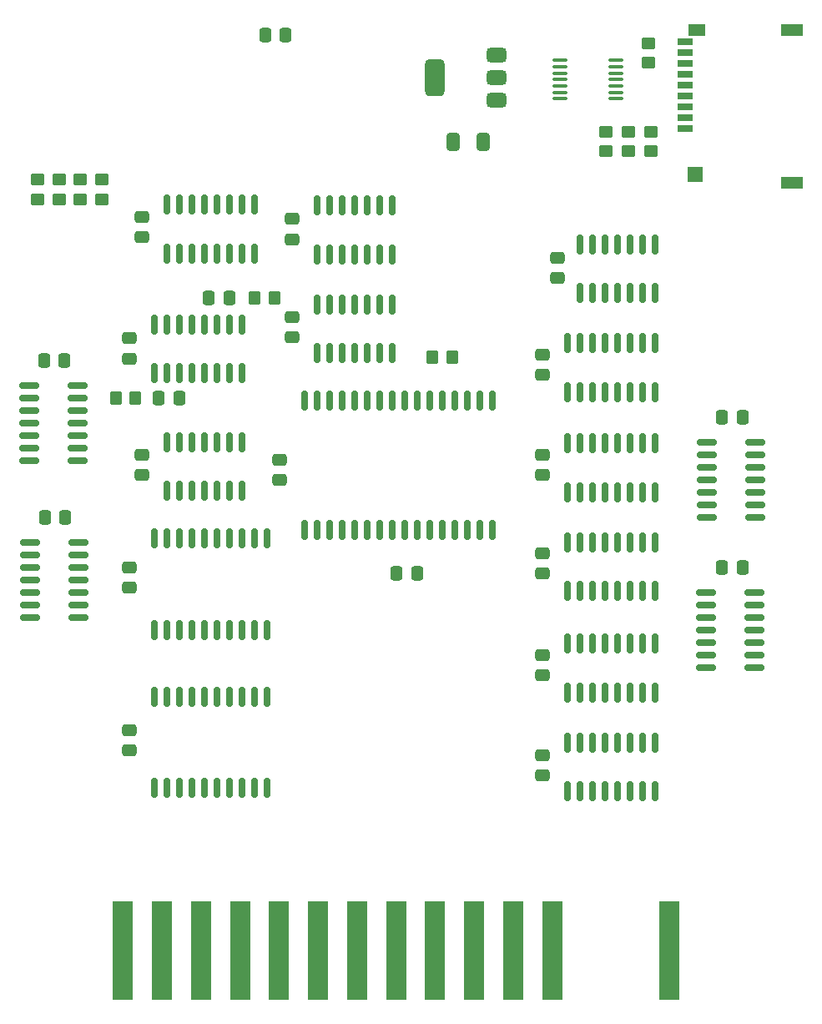
<source format=gbr>
%TF.GenerationSoftware,KiCad,Pcbnew,8.0.2*%
%TF.CreationDate,2024-05-14T20:05:03+02:00*%
%TF.ProjectId,port2-sdcard-interface,706f7274-322d-4736-9463-6172642d696e,rev5*%
%TF.SameCoordinates,Original*%
%TF.FileFunction,Paste,Bot*%
%TF.FilePolarity,Positive*%
%FSLAX46Y46*%
G04 Gerber Fmt 4.6, Leading zero omitted, Abs format (unit mm)*
G04 Created by KiCad (PCBNEW 8.0.2) date 2024-05-14 20:05:03*
%MOMM*%
%LPD*%
G01*
G04 APERTURE LIST*
G04 Aperture macros list*
%AMRoundRect*
0 Rectangle with rounded corners*
0 $1 Rounding radius*
0 $2 $3 $4 $5 $6 $7 $8 $9 X,Y pos of 4 corners*
0 Add a 4 corners polygon primitive as box body*
4,1,4,$2,$3,$4,$5,$6,$7,$8,$9,$2,$3,0*
0 Add four circle primitives for the rounded corners*
1,1,$1+$1,$2,$3*
1,1,$1+$1,$4,$5*
1,1,$1+$1,$6,$7*
1,1,$1+$1,$8,$9*
0 Add four rect primitives between the rounded corners*
20,1,$1+$1,$2,$3,$4,$5,0*
20,1,$1+$1,$4,$5,$6,$7,0*
20,1,$1+$1,$6,$7,$8,$9,0*
20,1,$1+$1,$8,$9,$2,$3,0*%
G04 Aperture macros list end*
%ADD10RoundRect,0.100000X0.637500X0.100000X-0.637500X0.100000X-0.637500X-0.100000X0.637500X-0.100000X0*%
%ADD11RoundRect,0.375000X0.625000X0.375000X-0.625000X0.375000X-0.625000X-0.375000X0.625000X-0.375000X0*%
%ADD12RoundRect,0.500000X0.500000X1.400000X-0.500000X1.400000X-0.500000X-1.400000X0.500000X-1.400000X0*%
%ADD13RoundRect,0.250000X0.450000X-0.350000X0.450000X0.350000X-0.450000X0.350000X-0.450000X-0.350000X0*%
%ADD14RoundRect,0.250000X-0.450000X0.350000X-0.450000X-0.350000X0.450000X-0.350000X0.450000X0.350000X0*%
%ADD15R,1.498600X1.600200*%
%ADD16R,1.800000X1.193800*%
%ADD17R,2.209800X1.193800*%
%ADD18R,1.600200X0.711200*%
%ADD19RoundRect,0.250000X0.412500X0.650000X-0.412500X0.650000X-0.412500X-0.650000X0.412500X-0.650000X0*%
%ADD20RoundRect,0.250000X0.475000X-0.337500X0.475000X0.337500X-0.475000X0.337500X-0.475000X-0.337500X0*%
%ADD21RoundRect,0.150000X-0.150000X0.875000X-0.150000X-0.875000X0.150000X-0.875000X0.150000X0.875000X0*%
%ADD22RoundRect,0.250000X-0.337500X-0.475000X0.337500X-0.475000X0.337500X0.475000X-0.337500X0.475000X0*%
%ADD23RoundRect,0.150000X-0.150000X0.825000X-0.150000X-0.825000X0.150000X-0.825000X0.150000X0.825000X0*%
%ADD24RoundRect,0.150000X0.825000X0.150000X-0.825000X0.150000X-0.825000X-0.150000X0.825000X-0.150000X0*%
%ADD25RoundRect,0.250000X-0.350000X-0.450000X0.350000X-0.450000X0.350000X0.450000X-0.350000X0.450000X0*%
%ADD26R,2.000000X10.000000*%
%ADD27RoundRect,0.250000X0.337500X0.475000X-0.337500X0.475000X-0.337500X-0.475000X0.337500X-0.475000X0*%
G04 APERTURE END LIST*
D10*
%TO.C,U21*%
X78180000Y-22480000D03*
X78180000Y-23130000D03*
X78180000Y-23780000D03*
X78180000Y-24430000D03*
X78180000Y-25080000D03*
X78180000Y-25730000D03*
X78180000Y-26380000D03*
X83905000Y-26380000D03*
X83905000Y-25730000D03*
X83905000Y-25080000D03*
X83905000Y-24430000D03*
X83905000Y-23780000D03*
X83905000Y-23130000D03*
X83905000Y-22480000D03*
%TD*%
D11*
%TO.C,U16*%
X71805000Y-21930000D03*
X71805000Y-24230000D03*
D12*
X65505000Y-24230000D03*
D11*
X71805000Y-26530000D03*
%TD*%
D13*
%TO.C,R11*%
X82905000Y-31730000D03*
X82905000Y-29730000D03*
%TD*%
D14*
%TO.C,R10*%
X85155000Y-29730000D03*
X85155000Y-31730000D03*
%TD*%
D13*
%TO.C,R9*%
X87405000Y-31730000D03*
X87405000Y-29730000D03*
%TD*%
%TO.C,R8*%
X87155000Y-22730000D03*
X87155000Y-20730000D03*
%TD*%
D15*
%TO.C,J1*%
X91954004Y-34030092D03*
D16*
X92104696Y-19433106D03*
D17*
X101731854Y-34930008D03*
X101731854Y-19430008D03*
D18*
X90903301Y-20629998D03*
X90903301Y-21729998D03*
X90903301Y-22829998D03*
X90903301Y-23929999D03*
X90903301Y-25029999D03*
X90903301Y-26129999D03*
X90903301Y-27230000D03*
X90903301Y-28330000D03*
X90903301Y-29430001D03*
%TD*%
D19*
%TO.C,C23*%
X70467500Y-30730000D03*
X67342500Y-30730000D03*
%TD*%
D20*
%TO.C,C4*%
X35795000Y-64545000D03*
X35795000Y-62470000D03*
%TD*%
D21*
%TO.C,U1*%
X52305000Y-56990000D03*
X53575000Y-56990000D03*
X54845000Y-56990000D03*
X56115000Y-56990000D03*
X57385000Y-56990000D03*
X58655000Y-56990000D03*
X59925000Y-56990000D03*
X61195000Y-56990000D03*
X62465000Y-56990000D03*
X63735000Y-56990000D03*
X65005000Y-56990000D03*
X66275000Y-56990000D03*
X67545000Y-56990000D03*
X68815000Y-56990000D03*
X70085000Y-56990000D03*
X71355000Y-56990000D03*
X71355000Y-70090000D03*
X70085000Y-70090000D03*
X68815000Y-70090000D03*
X67545000Y-70090000D03*
X66275000Y-70090000D03*
X65005000Y-70090000D03*
X63735000Y-70090000D03*
X62465000Y-70090000D03*
X61195000Y-70090000D03*
X59925000Y-70090000D03*
X58655000Y-70090000D03*
X57385000Y-70090000D03*
X56115000Y-70090000D03*
X54845000Y-70090000D03*
X53575000Y-70090000D03*
X52305000Y-70090000D03*
%TD*%
D22*
%TO.C,C15*%
X61660000Y-74535000D03*
X63735000Y-74535000D03*
%TD*%
D20*
%TO.C,C11*%
X34525000Y-92485000D03*
X34525000Y-90410000D03*
%TD*%
D23*
%TO.C,U13*%
X78975000Y-61330000D03*
X80245000Y-61330000D03*
X81515000Y-61330000D03*
X82785000Y-61330000D03*
X84055000Y-61330000D03*
X85325000Y-61330000D03*
X86595000Y-61330000D03*
X87865000Y-61330000D03*
X87865000Y-66280000D03*
X86595000Y-66280000D03*
X85325000Y-66280000D03*
X84055000Y-66280000D03*
X82785000Y-66280000D03*
X81515000Y-66280000D03*
X80245000Y-66280000D03*
X78975000Y-66280000D03*
%TD*%
D22*
%TO.C,C14*%
X25889000Y-52945000D03*
X27964000Y-52945000D03*
%TD*%
D13*
%TO.C,R6*%
X27413000Y-36562000D03*
X27413000Y-34562000D03*
%TD*%
D23*
%TO.C,U20*%
X78975000Y-91680000D03*
X80245000Y-91680000D03*
X81515000Y-91680000D03*
X82785000Y-91680000D03*
X84055000Y-91680000D03*
X85325000Y-91680000D03*
X86595000Y-91680000D03*
X87865000Y-91680000D03*
X87865000Y-96630000D03*
X86595000Y-96630000D03*
X85325000Y-96630000D03*
X84055000Y-96630000D03*
X82785000Y-96630000D03*
X81515000Y-96630000D03*
X80245000Y-96630000D03*
X78975000Y-96630000D03*
%TD*%
D20*
%TO.C,C16*%
X49765000Y-65053000D03*
X49765000Y-62978000D03*
%TD*%
D23*
%TO.C,U3*%
X80245000Y-41137000D03*
X81515000Y-41137000D03*
X82785000Y-41137000D03*
X84055000Y-41137000D03*
X85325000Y-41137000D03*
X86595000Y-41137000D03*
X87865000Y-41137000D03*
X87865000Y-46087000D03*
X86595000Y-46087000D03*
X85325000Y-46087000D03*
X84055000Y-46087000D03*
X82785000Y-46087000D03*
X81515000Y-46087000D03*
X80245000Y-46087000D03*
%TD*%
D24*
%TO.C,U18*%
X98025000Y-61200000D03*
X98025000Y-62470000D03*
X98025000Y-63740000D03*
X98025000Y-65010000D03*
X98025000Y-66280000D03*
X98025000Y-67550000D03*
X98025000Y-68820000D03*
X93075000Y-68820000D03*
X93075000Y-67550000D03*
X93075000Y-66280000D03*
X93075000Y-65010000D03*
X93075000Y-63740000D03*
X93075000Y-62470000D03*
X93075000Y-61200000D03*
%TD*%
D23*
%TO.C,U6*%
X78975000Y-81650000D03*
X80245000Y-81650000D03*
X81515000Y-81650000D03*
X82785000Y-81650000D03*
X84055000Y-81650000D03*
X85325000Y-81650000D03*
X86595000Y-81650000D03*
X87865000Y-81650000D03*
X87865000Y-86600000D03*
X86595000Y-86600000D03*
X85325000Y-86600000D03*
X84055000Y-86600000D03*
X82785000Y-86600000D03*
X81515000Y-86600000D03*
X80245000Y-86600000D03*
X78975000Y-86600000D03*
%TD*%
D20*
%TO.C,C9*%
X51035000Y-40647500D03*
X51035000Y-38572500D03*
%TD*%
D25*
%TO.C,R4*%
X65259000Y-52564000D03*
X67259000Y-52564000D03*
%TD*%
D20*
%TO.C,C6*%
X76435000Y-84865000D03*
X76435000Y-82790000D03*
%TD*%
D21*
%TO.C,U11*%
X37065000Y-87030000D03*
X38335000Y-87030000D03*
X39605000Y-87030000D03*
X40875000Y-87030000D03*
X42145000Y-87030000D03*
X43415000Y-87030000D03*
X44685000Y-87030000D03*
X45955000Y-87030000D03*
X47225000Y-87030000D03*
X48495000Y-87030000D03*
X48495000Y-96330000D03*
X47225000Y-96330000D03*
X45955000Y-96330000D03*
X44685000Y-96330000D03*
X43415000Y-96330000D03*
X42145000Y-96330000D03*
X40875000Y-96330000D03*
X39605000Y-96330000D03*
X38335000Y-96330000D03*
X37065000Y-96330000D03*
%TD*%
D13*
%TO.C,R7*%
X25254000Y-36562000D03*
X25254000Y-34562000D03*
%TD*%
D23*
%TO.C,U12*%
X78975000Y-51170000D03*
X80245000Y-51170000D03*
X81515000Y-51170000D03*
X82785000Y-51170000D03*
X84055000Y-51170000D03*
X85325000Y-51170000D03*
X86595000Y-51170000D03*
X87865000Y-51170000D03*
X87865000Y-56120000D03*
X86595000Y-56120000D03*
X85325000Y-56120000D03*
X84055000Y-56120000D03*
X82785000Y-56120000D03*
X81515000Y-56120000D03*
X80245000Y-56120000D03*
X78975000Y-56120000D03*
%TD*%
D21*
%TO.C,U8*%
X37065000Y-70950000D03*
X38335000Y-70950000D03*
X39605000Y-70950000D03*
X40875000Y-70950000D03*
X42145000Y-70950000D03*
X43415000Y-70950000D03*
X44685000Y-70950000D03*
X45955000Y-70950000D03*
X47225000Y-70950000D03*
X48495000Y-70950000D03*
X48495000Y-80250000D03*
X47225000Y-80250000D03*
X45955000Y-80250000D03*
X44685000Y-80250000D03*
X43415000Y-80250000D03*
X42145000Y-80250000D03*
X40875000Y-80250000D03*
X39605000Y-80250000D03*
X38335000Y-80250000D03*
X37065000Y-80250000D03*
%TD*%
D25*
%TO.C,R5*%
X47225000Y-46595000D03*
X49225000Y-46595000D03*
%TD*%
D23*
%TO.C,U5*%
X38335000Y-37135000D03*
X39605000Y-37135000D03*
X40875000Y-37135000D03*
X42145000Y-37135000D03*
X43415000Y-37135000D03*
X44685000Y-37135000D03*
X45955000Y-37135000D03*
X47225000Y-37135000D03*
X47225000Y-42085000D03*
X45955000Y-42085000D03*
X44685000Y-42085000D03*
X43415000Y-42085000D03*
X42145000Y-42085000D03*
X40875000Y-42085000D03*
X39605000Y-42085000D03*
X38335000Y-42085000D03*
%TD*%
D20*
%TO.C,C13*%
X76435000Y-64545000D03*
X76435000Y-62470000D03*
%TD*%
D14*
%TO.C,R1*%
X31731000Y-34562000D03*
X31731000Y-36562000D03*
%TD*%
D23*
%TO.C,U4*%
X38335000Y-61200000D03*
X39605000Y-61200000D03*
X40875000Y-61200000D03*
X42145000Y-61200000D03*
X43415000Y-61200000D03*
X44685000Y-61200000D03*
X45955000Y-61200000D03*
X45955000Y-66150000D03*
X44685000Y-66150000D03*
X43415000Y-66150000D03*
X42145000Y-66150000D03*
X40875000Y-66150000D03*
X39605000Y-66150000D03*
X38335000Y-66150000D03*
%TD*%
D24*
%TO.C,U19*%
X97960000Y-76440000D03*
X97960000Y-77710000D03*
X97960000Y-78980000D03*
X97960000Y-80250000D03*
X97960000Y-81520000D03*
X97960000Y-82790000D03*
X97960000Y-84060000D03*
X93010000Y-84060000D03*
X93010000Y-82790000D03*
X93010000Y-81520000D03*
X93010000Y-80250000D03*
X93010000Y-78980000D03*
X93010000Y-77710000D03*
X93010000Y-76440000D03*
%TD*%
D14*
%TO.C,R2*%
X29572000Y-34562000D03*
X29572000Y-36562000D03*
%TD*%
D20*
%TO.C,C17*%
X76435000Y-74570000D03*
X76435000Y-72495000D03*
%TD*%
D23*
%TO.C,U10*%
X53575000Y-47230000D03*
X54845000Y-47230000D03*
X56115000Y-47230000D03*
X57385000Y-47230000D03*
X58655000Y-47230000D03*
X59925000Y-47230000D03*
X61195000Y-47230000D03*
X61195000Y-52180000D03*
X59925000Y-52180000D03*
X58655000Y-52180000D03*
X57385000Y-52180000D03*
X56115000Y-52180000D03*
X54845000Y-52180000D03*
X53575000Y-52180000D03*
%TD*%
D20*
%TO.C,C10*%
X51035000Y-50575000D03*
X51035000Y-48500000D03*
%TD*%
%TO.C,C1*%
X76435000Y-95025000D03*
X76435000Y-92950000D03*
%TD*%
D26*
%TO.C,J2*%
X33875000Y-112776000D03*
X37835000Y-112776000D03*
X41795000Y-112776000D03*
X45755000Y-112776000D03*
X49715000Y-112776000D03*
X53675000Y-112776000D03*
X57635000Y-112776000D03*
X61595000Y-112776000D03*
X65555000Y-112776000D03*
X69515000Y-112776000D03*
X73475000Y-112776000D03*
X77435000Y-112776000D03*
X89315000Y-112776000D03*
%TD*%
D20*
%TO.C,C8*%
X34525000Y-75975000D03*
X34525000Y-73900000D03*
%TD*%
D22*
%TO.C,C19*%
X94680000Y-73900000D03*
X96755000Y-73900000D03*
%TD*%
D23*
%TO.C,U17*%
X78975000Y-71390000D03*
X80245000Y-71390000D03*
X81515000Y-71390000D03*
X82785000Y-71390000D03*
X84055000Y-71390000D03*
X85325000Y-71390000D03*
X86595000Y-71390000D03*
X87865000Y-71390000D03*
X87865000Y-76340000D03*
X86595000Y-76340000D03*
X85325000Y-76340000D03*
X84055000Y-76340000D03*
X82785000Y-76340000D03*
X81515000Y-76340000D03*
X80245000Y-76340000D03*
X78975000Y-76340000D03*
%TD*%
D24*
%TO.C,U14*%
X29315000Y-55485000D03*
X29315000Y-56755000D03*
X29315000Y-58025000D03*
X29315000Y-59295000D03*
X29315000Y-60565000D03*
X29315000Y-61835000D03*
X29315000Y-63105000D03*
X24365000Y-63105000D03*
X24365000Y-61835000D03*
X24365000Y-60565000D03*
X24365000Y-59295000D03*
X24365000Y-58025000D03*
X24365000Y-56755000D03*
X24365000Y-55485000D03*
%TD*%
D20*
%TO.C,C5*%
X35795000Y-40415000D03*
X35795000Y-38340000D03*
%TD*%
D22*
%TO.C,C21*%
X42610000Y-46595000D03*
X44685000Y-46595000D03*
%TD*%
%TO.C,C18*%
X94680000Y-58660000D03*
X96755000Y-58660000D03*
%TD*%
D25*
%TO.C,R3*%
X33160000Y-56755000D03*
X35160000Y-56755000D03*
%TD*%
D20*
%TO.C,C7*%
X34525000Y-52734000D03*
X34525000Y-50659000D03*
%TD*%
D27*
%TO.C,C20*%
X39605000Y-56755000D03*
X37530000Y-56755000D03*
%TD*%
%TO.C,C3*%
X50400000Y-19925000D03*
X48325000Y-19925000D03*
%TD*%
D23*
%TO.C,U9*%
X53575000Y-37200000D03*
X54845000Y-37200000D03*
X56115000Y-37200000D03*
X57385000Y-37200000D03*
X58655000Y-37200000D03*
X59925000Y-37200000D03*
X61195000Y-37200000D03*
X61195000Y-42150000D03*
X59925000Y-42150000D03*
X58655000Y-42150000D03*
X57385000Y-42150000D03*
X56115000Y-42150000D03*
X54845000Y-42150000D03*
X53575000Y-42150000D03*
%TD*%
%TO.C,U7*%
X37065000Y-49265000D03*
X38335000Y-49265000D03*
X39605000Y-49265000D03*
X40875000Y-49265000D03*
X42145000Y-49265000D03*
X43415000Y-49265000D03*
X44685000Y-49265000D03*
X45955000Y-49265000D03*
X45955000Y-54215000D03*
X44685000Y-54215000D03*
X43415000Y-54215000D03*
X42145000Y-54215000D03*
X40875000Y-54215000D03*
X39605000Y-54215000D03*
X38335000Y-54215000D03*
X37065000Y-54215000D03*
%TD*%
D24*
%TO.C,U2*%
X29380000Y-71360000D03*
X29380000Y-72630000D03*
X29380000Y-73900000D03*
X29380000Y-75170000D03*
X29380000Y-76440000D03*
X29380000Y-77710000D03*
X29380000Y-78980000D03*
X24430000Y-78980000D03*
X24430000Y-77710000D03*
X24430000Y-76440000D03*
X24430000Y-75170000D03*
X24430000Y-73900000D03*
X24430000Y-72630000D03*
X24430000Y-71360000D03*
%TD*%
D22*
%TO.C,C2*%
X25973000Y-68820000D03*
X28048000Y-68820000D03*
%TD*%
D20*
%TO.C,C12*%
X76435000Y-54385000D03*
X76435000Y-52310000D03*
%TD*%
%TO.C,C22*%
X77959000Y-44563000D03*
X77959000Y-42488000D03*
%TD*%
M02*

</source>
